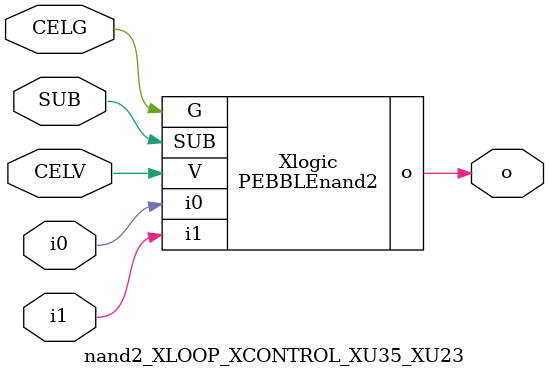
<source format=v>



module PEBBLEnand2 ( o, G, SUB, V, i0, i1 );

  input i0;
  input V;
  input i1;
  input G;
  output o;
  input SUB;
endmodule

//Celera Confidential Do Not Copy nand2_XLOOP_XCONTROL_XU35_XU23
//Celera Confidential Symbol Generator
//5V NAND2
module nand2_XLOOP_XCONTROL_XU35_XU23 (CELV,CELG,i0,i1,o,SUB);
input CELV;
input CELG;
input i0;
input i1;
input SUB;
output o;

//Celera Confidential Do Not Copy nand2
PEBBLEnand2 Xlogic(
.V (CELV),
.i0 (i0),
.i1 (i1),
.o (o),
.SUB (SUB),
.G (CELG)
);
//,diesize,PEBBLEnand2

//Celera Confidential Do Not Copy Module End
//Celera Schematic Generator
endmodule

</source>
